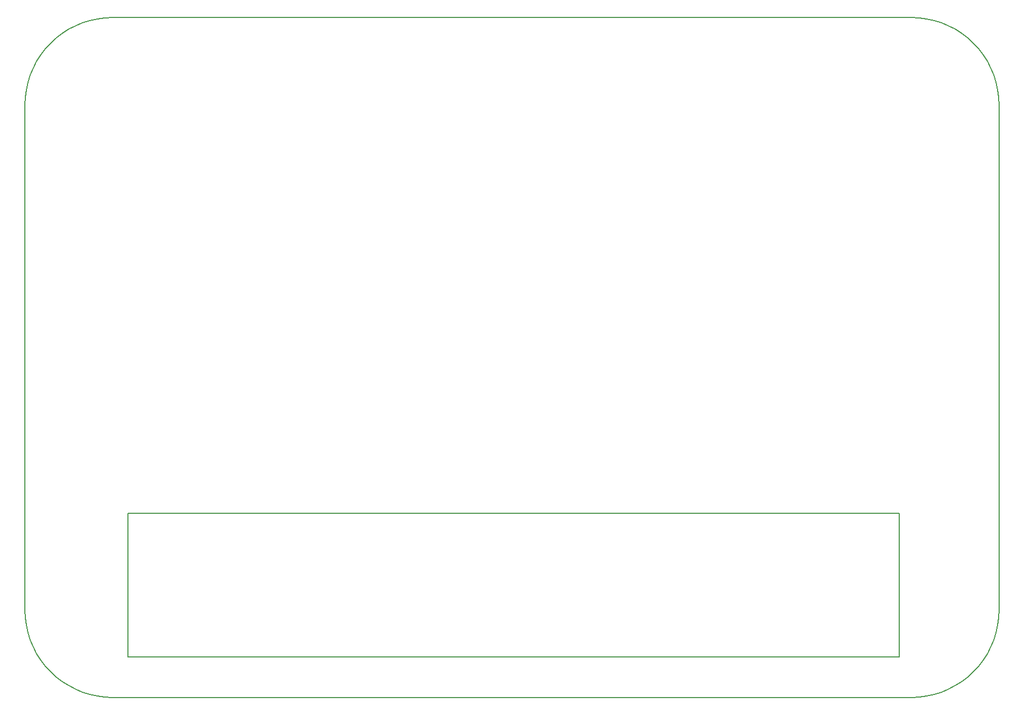
<source format=gko>
G04*
G04 #@! TF.GenerationSoftware,Altium Limited,Altium NEXUS,2.1.5 (53)*
G04*
G04 Layer_Color=16711935*
%FSLAX44Y44*%
%MOMM*%
G71*
G01*
G75*
%ADD11C,0.2000*%
D11*
X1400000Y213600D02*
Y443600D01*
X165000Y213600D02*
X1400000D01*
X165000D02*
Y443600D01*
X1400000D01*
X1420000Y1238550D02*
X1432202Y1238018D01*
X140000Y1238550D02*
X1420000D01*
X127798Y1238017D02*
X140000Y1238550D01*
X115689Y1236423D02*
X127798Y1238017D01*
X103765Y1233780D02*
X115689Y1236423D01*
X92117Y1230107D02*
X103765Y1233780D01*
X80833Y1225433D02*
X92117Y1230107D01*
X70000Y1219793D02*
X80833Y1225433D01*
X59699Y1213231D02*
X70000Y1219793D01*
X50010Y1205796D02*
X59699Y1213231D01*
X41005Y1197545D02*
X50010Y1205796D01*
X32754Y1188540D02*
X41005Y1197545D01*
X25319Y1178851D02*
X32754Y1188540D01*
X18756Y1168550D02*
X25319Y1178851D01*
X13117Y1157717D02*
X18756Y1168550D01*
X8443Y1146433D02*
X13117Y1157717D01*
X4770Y1134785D02*
X8443Y1146433D01*
X2127Y1122861D02*
X4770Y1134785D01*
X533Y1110752D02*
X2127Y1122861D01*
X0Y1098550D02*
X533Y1110752D01*
X0Y1098550D02*
X0Y288550D01*
X533Y276348D01*
X2127Y264239D01*
X4770Y252315D01*
X8443Y240667D01*
X13117Y229384D01*
X18757Y218550D01*
X25319Y208249D01*
X32754Y198560D01*
X41005Y189555D01*
X50010Y181304D01*
X59699Y173869D01*
X70000Y167306D01*
X80834Y161667D01*
X92117Y156993D01*
X103765Y153320D01*
X115689Y150677D01*
X127798Y149083D01*
X140000Y148550D01*
X1420000Y148550D01*
X1432202Y149083D01*
X1444311Y150677D01*
X1456235Y153321D01*
X1467883Y156993D01*
X1479167Y161667D01*
X1490000Y167307D01*
X1500301Y173869D01*
X1509990Y181304D01*
X1518995Y189555D01*
X1527246Y198560D01*
X1534681Y208249D01*
X1541244Y218550D01*
X1546883Y229384D01*
X1551557Y240667D01*
X1555230Y252316D01*
X1557873Y264240D01*
X1559467Y276348D01*
X1560000Y288550D01*
Y1098550D01*
X1559467Y1110752D02*
X1560000Y1098550D01*
X1557873Y1122861D02*
X1559467Y1110752D01*
X1555230Y1134785D02*
X1557873Y1122861D01*
X1551557Y1146433D02*
X1555230Y1134785D01*
X1546883Y1157717D02*
X1551557Y1146433D01*
X1541244Y1168550D02*
X1546883Y1157717D01*
X1534681Y1178851D02*
X1541244Y1168550D01*
X1527246Y1188541D02*
X1534681Y1178851D01*
X1518995Y1197545D02*
X1527246Y1188541D01*
X1509990Y1205797D02*
X1518995Y1197545D01*
X1500301Y1213231D02*
X1509990Y1205797D01*
X1490000Y1219794D02*
X1500301Y1213231D01*
X1479167Y1225433D02*
X1490000Y1219794D01*
X1467883Y1230107D02*
X1479167Y1225433D01*
X1456235Y1233780D02*
X1467883Y1230107D01*
X1444311Y1236423D02*
X1456235Y1233780D01*
X1432202Y1238018D02*
X1444311Y1236423D01*
M02*

</source>
